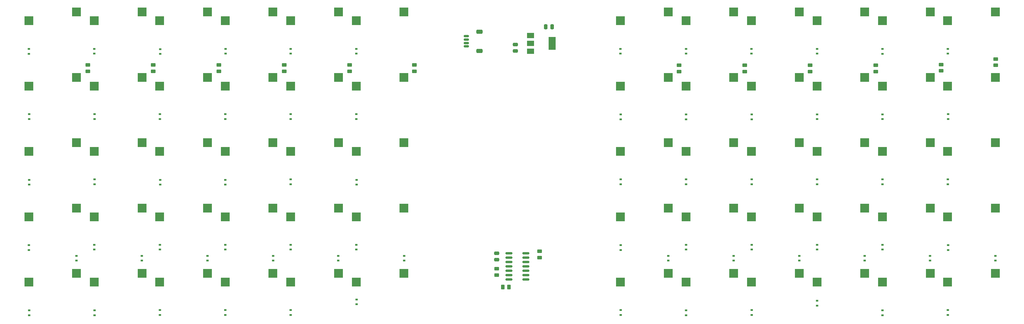
<source format=gbr>
%TF.GenerationSoftware,KiCad,Pcbnew,(6.0.10)*%
%TF.CreationDate,2023-07-28T11:59:27-04:00*%
%TF.ProjectId,storyboard,73746f72-7962-46f6-9172-642e6b696361,rev?*%
%TF.SameCoordinates,Original*%
%TF.FileFunction,Paste,Bot*%
%TF.FilePolarity,Positive*%
%FSLAX46Y46*%
G04 Gerber Fmt 4.6, Leading zero omitted, Abs format (unit mm)*
G04 Created by KiCad (PCBNEW (6.0.10)) date 2023-07-28 11:59:27*
%MOMM*%
%LPD*%
G01*
G04 APERTURE LIST*
G04 Aperture macros list*
%AMRoundRect*
0 Rectangle with rounded corners*
0 $1 Rounding radius*
0 $2 $3 $4 $5 $6 $7 $8 $9 X,Y pos of 4 corners*
0 Add a 4 corners polygon primitive as box body*
4,1,4,$2,$3,$4,$5,$6,$7,$8,$9,$2,$3,0*
0 Add four circle primitives for the rounded corners*
1,1,$1+$1,$2,$3*
1,1,$1+$1,$4,$5*
1,1,$1+$1,$6,$7*
1,1,$1+$1,$8,$9*
0 Add four rect primitives between the rounded corners*
20,1,$1+$1,$2,$3,$4,$5,0*
20,1,$1+$1,$4,$5,$6,$7,0*
20,1,$1+$1,$6,$7,$8,$9,0*
20,1,$1+$1,$8,$9,$2,$3,0*%
G04 Aperture macros list end*
%ADD10RoundRect,0.250000X-0.450000X0.262500X-0.450000X-0.262500X0.450000X-0.262500X0.450000X0.262500X0*%
%ADD11R,0.700000X0.600000*%
%ADD12RoundRect,0.250000X0.475000X-0.250000X0.475000X0.250000X-0.475000X0.250000X-0.475000X-0.250000X0*%
%ADD13RoundRect,0.250000X-0.250000X-0.475000X0.250000X-0.475000X0.250000X0.475000X-0.250000X0.475000X0*%
%ADD14RoundRect,0.250000X0.262500X0.450000X-0.262500X0.450000X-0.262500X-0.450000X0.262500X-0.450000X0*%
%ADD15RoundRect,0.150000X0.825000X0.150000X-0.825000X0.150000X-0.825000X-0.150000X0.825000X-0.150000X0*%
%ADD16RoundRect,0.150000X-0.625000X0.150000X-0.625000X-0.150000X0.625000X-0.150000X0.625000X0.150000X0*%
%ADD17RoundRect,0.250000X-0.650000X0.350000X-0.650000X-0.350000X0.650000X-0.350000X0.650000X0.350000X0*%
%ADD18R,2.000000X1.500000*%
%ADD19R,2.000000X3.800000*%
%ADD20R,2.550000X2.500000*%
G04 APERTURE END LIST*
D10*
%TO.C,R2*%
X80200000Y-62087500D03*
X80200000Y-63912500D03*
%TD*%
D11*
%TO.C,D19*%
X134000000Y-119000000D03*
X134000000Y-117600000D03*
%TD*%
D10*
%TO.C,R4*%
X118200000Y-62087500D03*
X118200000Y-63912500D03*
%TD*%
%TO.C,R3*%
X99200000Y-62087500D03*
X99200000Y-63912500D03*
%TD*%
D11*
%TO.C,D48*%
X253800000Y-134900000D03*
X253800000Y-133500000D03*
%TD*%
%TO.C,D14*%
X101200000Y-58900000D03*
X101200000Y-57500000D03*
%TD*%
%TO.C,D53*%
X272800000Y-115800000D03*
X272800000Y-114400000D03*
%TD*%
%TO.C,D43*%
X267600000Y-119000000D03*
X267600000Y-117600000D03*
%TD*%
%TO.C,D37*%
X248600000Y-119000000D03*
X248600000Y-117600000D03*
%TD*%
%TO.C,D64*%
X310800000Y-96800000D03*
X310800000Y-95400000D03*
%TD*%
%TO.C,D52*%
X272800000Y-96800000D03*
X272800000Y-95400000D03*
%TD*%
%TO.C,D71*%
X329800000Y-115900000D03*
X329800000Y-114500000D03*
%TD*%
%TO.C,D55*%
X305600000Y-119000000D03*
X305600000Y-117600000D03*
%TD*%
%TO.C,D27*%
X139100000Y-77800000D03*
X139100000Y-76400000D03*
%TD*%
D10*
%TO.C,R9*%
X270800000Y-62187500D03*
X270800000Y-64012500D03*
%TD*%
D11*
%TO.C,D51*%
X272800000Y-77900000D03*
X272800000Y-76500000D03*
%TD*%
%TO.C,D26*%
X139100000Y-58800000D03*
X139100000Y-57400000D03*
%TD*%
D10*
%TO.C,R10*%
X289800000Y-62187500D03*
X289800000Y-64012500D03*
%TD*%
%TO.C,R7*%
X175000000Y-62087500D03*
X175000000Y-63912500D03*
%TD*%
%TO.C,R5*%
X137200000Y-62087500D03*
X137200000Y-63912500D03*
%TD*%
D11*
%TO.C,D5*%
X63100000Y-115900000D03*
X63100000Y-114500000D03*
%TD*%
%TO.C,D60*%
X291800000Y-132100000D03*
X291800000Y-130700000D03*
%TD*%
%TO.C,D1*%
X76900000Y-119000000D03*
X76900000Y-117600000D03*
%TD*%
D12*
%TO.C,C1*%
X198875000Y-118740000D03*
X198875000Y-116840000D03*
%TD*%
D11*
%TO.C,D25*%
X152900000Y-119000000D03*
X152900000Y-117600000D03*
%TD*%
%TO.C,D30*%
X139100000Y-134800000D03*
X139100000Y-133400000D03*
%TD*%
D10*
%TO.C,R17*%
X211300000Y-116277500D03*
X211300000Y-118102500D03*
%TD*%
D11*
%TO.C,D2*%
X63100000Y-58850000D03*
X63100000Y-57450000D03*
%TD*%
%TO.C,D23*%
X120100000Y-134800000D03*
X120100000Y-133400000D03*
%TD*%
D13*
%TO.C,C5*%
X213050000Y-51000000D03*
X214950000Y-51000000D03*
%TD*%
D10*
%TO.C,R13*%
X343600000Y-60387500D03*
X343600000Y-62212500D03*
%TD*%
%TO.C,R8*%
X251800000Y-62187500D03*
X251800000Y-64012500D03*
%TD*%
D11*
%TO.C,D16*%
X101200000Y-96900000D03*
X101200000Y-95500000D03*
%TD*%
%TO.C,D18*%
X101100000Y-134800000D03*
X101100000Y-133400000D03*
%TD*%
%TO.C,D3*%
X63200000Y-77800000D03*
X63200000Y-76400000D03*
%TD*%
D14*
%TO.C,R19*%
X202412500Y-126690000D03*
X200587500Y-126690000D03*
%TD*%
D12*
%TO.C,C4*%
X204300000Y-58050000D03*
X204300000Y-56150000D03*
%TD*%
D11*
%TO.C,D67*%
X343500000Y-119000000D03*
X343500000Y-117600000D03*
%TD*%
%TO.C,D31*%
X172000000Y-119000000D03*
X172000000Y-117600000D03*
%TD*%
%TO.C,D10*%
X82200000Y-96800000D03*
X82200000Y-95400000D03*
%TD*%
%TO.C,D6*%
X63200000Y-134900000D03*
X63200000Y-133500000D03*
%TD*%
D10*
%TO.C,R1*%
X198800000Y-121377500D03*
X198800000Y-123202500D03*
%TD*%
D11*
%TO.C,D65*%
X310800000Y-115800000D03*
X310800000Y-114400000D03*
%TD*%
%TO.C,D70*%
X329700000Y-96800000D03*
X329700000Y-95400000D03*
%TD*%
%TO.C,D69*%
X329800000Y-77800000D03*
X329800000Y-76400000D03*
%TD*%
%TO.C,D44*%
X253800000Y-58800000D03*
X253800000Y-57400000D03*
%TD*%
%TO.C,D41*%
X234800000Y-115900000D03*
X234800000Y-114500000D03*
%TD*%
%TO.C,D72*%
X329700000Y-134800000D03*
X329700000Y-133400000D03*
%TD*%
%TO.C,D68*%
X329700000Y-58800000D03*
X329700000Y-57400000D03*
%TD*%
%TO.C,D13*%
X114900000Y-119000000D03*
X114900000Y-117600000D03*
%TD*%
%TO.C,D66*%
X310800000Y-134900000D03*
X310800000Y-133500000D03*
%TD*%
%TO.C,D22*%
X120100000Y-115800000D03*
X120100000Y-114400000D03*
%TD*%
%TO.C,D58*%
X291800000Y-96800000D03*
X291800000Y-95400000D03*
%TD*%
%TO.C,D50*%
X272750000Y-58800000D03*
X272750000Y-57400000D03*
%TD*%
%TO.C,D61*%
X324600000Y-119000000D03*
X324600000Y-117600000D03*
%TD*%
%TO.C,D54*%
X272800000Y-134800000D03*
X272800000Y-133400000D03*
%TD*%
%TO.C,D28*%
X139100000Y-96800000D03*
X139100000Y-95400000D03*
%TD*%
%TO.C,D47*%
X253800000Y-115800000D03*
X253800000Y-114400000D03*
%TD*%
%TO.C,D45*%
X253800000Y-77900000D03*
X253800000Y-76500000D03*
%TD*%
%TO.C,D4*%
X63200000Y-96900000D03*
X63200000Y-95500000D03*
%TD*%
%TO.C,D46*%
X253800000Y-96800000D03*
X253800000Y-95400000D03*
%TD*%
D15*
%TO.C,U1*%
X207350000Y-116850000D03*
X207350000Y-118120000D03*
X207350000Y-119390000D03*
X207350000Y-120660000D03*
X207350000Y-121930000D03*
X207350000Y-123200000D03*
X207350000Y-124470000D03*
X202400000Y-124470000D03*
X202400000Y-123200000D03*
X202400000Y-121930000D03*
X202400000Y-120660000D03*
X202400000Y-119390000D03*
X202400000Y-118120000D03*
X202400000Y-116850000D03*
%TD*%
D11*
%TO.C,D38*%
X234750000Y-58800000D03*
X234750000Y-57400000D03*
%TD*%
%TO.C,D42*%
X234800000Y-134800000D03*
X234800000Y-133400000D03*
%TD*%
%TO.C,D20*%
X120200000Y-58800000D03*
X120200000Y-57400000D03*
%TD*%
%TO.C,D12*%
X82200000Y-134900000D03*
X82200000Y-133500000D03*
%TD*%
%TO.C,D32*%
X158100000Y-58800000D03*
X158100000Y-57400000D03*
%TD*%
%TO.C,D24*%
X120100000Y-77800000D03*
X120100000Y-76400000D03*
%TD*%
%TO.C,D59*%
X291800000Y-115800000D03*
X291800000Y-114400000D03*
%TD*%
%TO.C,D63*%
X310800000Y-77850000D03*
X310800000Y-76450000D03*
%TD*%
D10*
%TO.C,R12*%
X327800000Y-62000000D03*
X327800000Y-63825000D03*
%TD*%
D11*
%TO.C,D40*%
X234800000Y-96800000D03*
X234800000Y-95400000D03*
%TD*%
%TO.C,D49*%
X286600000Y-119000000D03*
X286600000Y-117600000D03*
%TD*%
%TO.C,D39*%
X234800000Y-77900000D03*
X234800000Y-76500000D03*
%TD*%
D16*
%TO.C,J2*%
X190000000Y-53700000D03*
X190000000Y-54700000D03*
X190000000Y-55700000D03*
X190000000Y-56700000D03*
D17*
X193875000Y-58000000D03*
X193875000Y-52400000D03*
%TD*%
D11*
%TO.C,D29*%
X139100000Y-115800000D03*
X139100000Y-114400000D03*
%TD*%
%TO.C,D17*%
X101100000Y-115800000D03*
X101100000Y-114400000D03*
%TD*%
%TO.C,D11*%
X82100000Y-115800000D03*
X82100000Y-114400000D03*
%TD*%
%TO.C,D15*%
X101100000Y-77800000D03*
X101100000Y-76400000D03*
%TD*%
%TO.C,D36*%
X158200000Y-131700000D03*
X158200000Y-130300000D03*
%TD*%
%TO.C,D62*%
X310800000Y-58850000D03*
X310800000Y-57450000D03*
%TD*%
%TO.C,D34*%
X158200000Y-96900000D03*
X158200000Y-95500000D03*
%TD*%
%TO.C,D7*%
X95900000Y-119000000D03*
X95900000Y-117600000D03*
%TD*%
%TO.C,D57*%
X291800000Y-77875000D03*
X291800000Y-76475000D03*
%TD*%
%TO.C,D33*%
X158100000Y-77800000D03*
X158100000Y-76400000D03*
%TD*%
%TO.C,D9*%
X82200000Y-77800000D03*
X82200000Y-76400000D03*
%TD*%
%TO.C,D21*%
X120100000Y-96900000D03*
X120100000Y-95500000D03*
%TD*%
%TO.C,D56*%
X291800000Y-58800000D03*
X291800000Y-57400000D03*
%TD*%
%TO.C,D35*%
X158100000Y-115800000D03*
X158100000Y-114400000D03*
%TD*%
D10*
%TO.C,R6*%
X156200000Y-62087500D03*
X156200000Y-63912500D03*
%TD*%
D11*
%TO.C,D8*%
X82100000Y-58800000D03*
X82100000Y-57400000D03*
%TD*%
D10*
%TO.C,R11*%
X308800000Y-62187500D03*
X308800000Y-64012500D03*
%TD*%
D18*
%TO.C,U4*%
X208650000Y-58100000D03*
D19*
X214950000Y-55800000D03*
D18*
X208650000Y-55800000D03*
X208650000Y-53500000D03*
%TD*%
D20*
%TO.C,SW2*%
X76940000Y-65720000D03*
X63090000Y-68260000D03*
%TD*%
%TO.C,SW22*%
X152940000Y-65720000D03*
X139090000Y-68260000D03*
%TD*%
%TO.C,SW1*%
X76940000Y-46720000D03*
X63090000Y-49260000D03*
%TD*%
%TO.C,SW31*%
X248620000Y-46720000D03*
X234770000Y-49260000D03*
%TD*%
%TO.C,SW30*%
X171940000Y-122720000D03*
X158090000Y-125260000D03*
%TD*%
%TO.C,SW60*%
X343540000Y-122720000D03*
X329690000Y-125260000D03*
%TD*%
%TO.C,SW24*%
X152940000Y-103720000D03*
X139090000Y-106260000D03*
%TD*%
%TO.C,SW27*%
X171940000Y-65720000D03*
X158090000Y-68260000D03*
%TD*%
%TO.C,SW42*%
X286620000Y-65720000D03*
X272770000Y-68260000D03*
%TD*%
%TO.C,SW10*%
X95940000Y-122720000D03*
X82090000Y-125260000D03*
%TD*%
%TO.C,SW57*%
X343540000Y-65720000D03*
X329690000Y-68260000D03*
%TD*%
%TO.C,SW29*%
X171940000Y-103720000D03*
X158090000Y-106260000D03*
%TD*%
%TO.C,SW7*%
X95940000Y-65720000D03*
X82090000Y-68260000D03*
%TD*%
%TO.C,SW20*%
X133940000Y-122720000D03*
X120090000Y-125260000D03*
%TD*%
%TO.C,SW49*%
X305620000Y-103720000D03*
X291770000Y-106260000D03*
%TD*%
%TO.C,SW39*%
X267620000Y-103720000D03*
X253770000Y-106260000D03*
%TD*%
%TO.C,SW5*%
X76940000Y-122720000D03*
X63090000Y-125260000D03*
%TD*%
%TO.C,SW32*%
X248620000Y-65720000D03*
X234770000Y-68260000D03*
%TD*%
%TO.C,SW48*%
X305620000Y-84720000D03*
X291770000Y-87260000D03*
%TD*%
%TO.C,SW21*%
X152940000Y-46720000D03*
X139090000Y-49260000D03*
%TD*%
%TO.C,SW6*%
X95940000Y-46720000D03*
X82090000Y-49260000D03*
%TD*%
%TO.C,SW12*%
X114940000Y-65720000D03*
X101090000Y-68260000D03*
%TD*%
%TO.C,SW55*%
X324620000Y-122720000D03*
X310770000Y-125260000D03*
%TD*%
%TO.C,SW43*%
X286620000Y-84720000D03*
X272770000Y-87260000D03*
%TD*%
%TO.C,SW40*%
X267620000Y-122720000D03*
X253770000Y-125260000D03*
%TD*%
%TO.C,SW58*%
X343540000Y-84720000D03*
X329690000Y-87260000D03*
%TD*%
%TO.C,SW3*%
X76940000Y-84720000D03*
X63090000Y-87260000D03*
%TD*%
%TO.C,SW52*%
X324620000Y-65720000D03*
X310770000Y-68260000D03*
%TD*%
%TO.C,SW14*%
X114940000Y-103720000D03*
X101090000Y-106260000D03*
%TD*%
%TO.C,SW33*%
X248620000Y-84720000D03*
X234770000Y-87260000D03*
%TD*%
%TO.C,SW46*%
X305620000Y-46720000D03*
X291770000Y-49260000D03*
%TD*%
%TO.C,SW4*%
X76940000Y-103720000D03*
X63090000Y-106260000D03*
%TD*%
%TO.C,SW18*%
X133940000Y-84720000D03*
X120090000Y-87260000D03*
%TD*%
%TO.C,SW37*%
X267620000Y-65720000D03*
X253770000Y-68260000D03*
%TD*%
%TO.C,SW53*%
X324620000Y-84720000D03*
X310770000Y-87260000D03*
%TD*%
%TO.C,SW54*%
X324620000Y-103720000D03*
X310770000Y-106260000D03*
%TD*%
%TO.C,SW50*%
X305620000Y-122720000D03*
X291770000Y-125260000D03*
%TD*%
%TO.C,SW25*%
X152940000Y-122720000D03*
X139090000Y-125260000D03*
%TD*%
%TO.C,SW36*%
X267620000Y-46720000D03*
X253770000Y-49260000D03*
%TD*%
%TO.C,SW26*%
X171940000Y-46720000D03*
X158090000Y-49260000D03*
%TD*%
%TO.C,SW34*%
X248620000Y-103720000D03*
X234770000Y-106260000D03*
%TD*%
%TO.C,SW59*%
X343540000Y-103720000D03*
X329690000Y-106260000D03*
%TD*%
%TO.C,SW8*%
X95940000Y-84720000D03*
X82090000Y-87260000D03*
%TD*%
%TO.C,SW56*%
X343540000Y-46720000D03*
X329690000Y-49260000D03*
%TD*%
%TO.C,SW45*%
X286620000Y-122720000D03*
X272770000Y-125260000D03*
%TD*%
%TO.C,SW44*%
X286620000Y-103720000D03*
X272770000Y-106260000D03*
%TD*%
%TO.C,SW13*%
X114940000Y-84720000D03*
X101090000Y-87260000D03*
%TD*%
%TO.C,SW41*%
X286620000Y-46720000D03*
X272770000Y-49260000D03*
%TD*%
%TO.C,SW23*%
X152940000Y-84720000D03*
X139090000Y-87260000D03*
%TD*%
%TO.C,SW17*%
X133940000Y-65720000D03*
X120090000Y-68260000D03*
%TD*%
%TO.C,SW47*%
X305620000Y-65720000D03*
X291770000Y-68260000D03*
%TD*%
%TO.C,SW15*%
X114940000Y-122720000D03*
X101090000Y-125260000D03*
%TD*%
%TO.C,SW11*%
X114940000Y-46720000D03*
X101090000Y-49260000D03*
%TD*%
%TO.C,SW38*%
X267620000Y-84720000D03*
X253770000Y-87260000D03*
%TD*%
%TO.C,SW19*%
X133940000Y-103720000D03*
X120090000Y-106260000D03*
%TD*%
%TO.C,SW28*%
X171940000Y-84720000D03*
X158090000Y-87260000D03*
%TD*%
%TO.C,SW35*%
X248620000Y-122720000D03*
X234770000Y-125260000D03*
%TD*%
%TO.C,SW9*%
X95940000Y-103720000D03*
X82090000Y-106260000D03*
%TD*%
%TO.C,SW16*%
X133940000Y-46720000D03*
X120090000Y-49260000D03*
%TD*%
%TO.C,SW51*%
X324620000Y-46720000D03*
X310770000Y-49260000D03*
%TD*%
M02*

</source>
